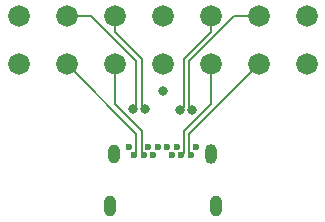
<source format=gbr>
%TF.GenerationSoftware,KiCad,Pcbnew,8.0.1*%
%TF.CreationDate,2024-03-22T11:25:03-04:00*%
%TF.ProjectId,commapogo_male,636f6d6d-6170-46f6-976f-5f6d616c652e,rev?*%
%TF.SameCoordinates,Original*%
%TF.FileFunction,Copper,L3,Inr*%
%TF.FilePolarity,Positive*%
%FSLAX46Y46*%
G04 Gerber Fmt 4.6, Leading zero omitted, Abs format (unit mm)*
G04 Created by KiCad (PCBNEW 8.0.1) date 2024-03-22 11:25:03*
%MOMM*%
%LPD*%
G01*
G04 APERTURE LIST*
%TA.AperFunction,ComponentPad*%
%ADD10O,1.000000X1.600000*%
%TD*%
%TA.AperFunction,ComponentPad*%
%ADD11O,1.000000X1.800000*%
%TD*%
%TA.AperFunction,ComponentPad*%
%ADD12O,1.000000X1.700000*%
%TD*%
%TA.AperFunction,ComponentPad*%
%ADD13C,0.600000*%
%TD*%
%TA.AperFunction,ComponentPad*%
%ADD14C,1.828800*%
%TD*%
%TA.AperFunction,ViaPad*%
%ADD15C,0.800000*%
%TD*%
%TA.AperFunction,Conductor*%
%ADD16C,0.200000*%
%TD*%
G04 APERTURE END LIST*
D10*
%TO.N,GND*%
%TO.C,J2*%
X-4125000Y-5620000D03*
D11*
X-4485000Y-10010000D03*
X4485000Y-10010000D03*
D12*
X4125000Y-5620000D03*
D13*
X2800000Y-5020000D03*
%TO.N,/CAN2_P*%
X2400000Y-5720000D03*
%TO.N,/CAN2_N*%
X1600000Y-5720000D03*
%TO.N,+12V*%
X1200000Y-5020000D03*
%TO.N,unconnected-(J2-Pin_5b-PadB5)*%
X800000Y-5720000D03*
%TO.N,unconnected-(J2-Pin_6b-PadB6)*%
X400000Y-5020000D03*
%TO.N,unconnected-(J2-Pin_7b-PadB7)*%
X-400000Y-5020000D03*
%TO.N,/SBU2*%
X-800000Y-5720000D03*
%TO.N,+12V*%
X-1200000Y-5020000D03*
%TO.N,/CAN3_N*%
X-1600000Y-5720000D03*
%TO.N,/CAN3_P*%
X-2400000Y-5720000D03*
%TO.N,GND*%
X-2800000Y-5020000D03*
%TD*%
D14*
%TO.N,GND*%
%TO.C,J1*%
X-12192000Y6096000D03*
%TO.N,/CAN0_P*%
X-8128000Y6096000D03*
%TO.N,/CAN0_N*%
X-4064000Y6096000D03*
%TO.N,/SBU1*%
X0Y6096000D03*
%TO.N,/CAN1_N*%
X4064000Y6096000D03*
%TO.N,/CAN1_P*%
X8128000Y6096000D03*
%TO.N,GND*%
X12192000Y6096000D03*
%TO.N,+12V*%
X-12192000Y2032000D03*
%TO.N,/CAN3_P*%
X-8128000Y2032000D03*
%TO.N,/CAN3_N*%
X-4064000Y2032000D03*
%TO.N,/SBU2*%
X0Y2032000D03*
%TO.N,/CAN2_N*%
X4064000Y2032000D03*
%TO.N,/CAN2_P*%
X8128000Y2032000D03*
%TO.N,+12V*%
X12192000Y2032000D03*
%TD*%
D15*
%TO.N,/CAN1_P*%
X2525000Y-1905000D03*
%TO.N,/SBU1*%
X0Y-254000D03*
%TO.N,/CAN1_N*%
X1475000Y-1905000D03*
%TO.N,/CAN0_P*%
X-2525000Y-1778000D03*
%TO.N,/CAN0_N*%
X-1475000Y-1778000D03*
%TD*%
D16*
%TO.N,/CAN2_N*%
X4064000Y-1395603D02*
X4064000Y2032000D01*
X1600000Y-5720000D02*
X1774999Y-5545001D01*
X1774999Y-3684604D02*
X4064000Y-1395603D01*
X1774999Y-5545001D02*
X1774999Y-3684604D01*
%TO.N,/CAN1_P*%
X2525000Y-1905000D02*
X2225001Y-1605001D01*
X6033200Y6096000D02*
X8128000Y6096000D01*
X2225001Y2287801D02*
X6033200Y6096000D01*
X2225001Y-1605001D02*
X2225001Y2287801D01*
%TO.N,/CAN2_P*%
X2225001Y-3870999D02*
X8128000Y2032000D01*
X2400000Y-5720000D02*
X2225001Y-5545001D01*
X2225001Y-5545001D02*
X2225001Y-3870999D01*
%TO.N,/CAN1_N*%
X1475000Y-1905000D02*
X1774999Y-1605001D01*
X4064000Y4763200D02*
X4064000Y6096000D01*
X1774999Y2474199D02*
X4064000Y4763200D01*
X1774999Y-1605001D02*
X1774999Y2474199D01*
%TO.N,/CAN0_P*%
X-2225001Y-1478001D02*
X-2225001Y2287801D01*
X-6033200Y6096000D02*
X-8128000Y6096000D01*
X-2225001Y2287801D02*
X-6033200Y6096000D01*
X-2525000Y-1778000D02*
X-2225001Y-1478001D01*
%TO.N,/CAN3_N*%
X-4064000Y-1395603D02*
X-4064000Y2032000D01*
X-1774999Y-5545001D02*
X-1774999Y-3684604D01*
X-1774999Y-3684604D02*
X-4064000Y-1395603D01*
X-1600000Y-5720000D02*
X-1774999Y-5545001D01*
%TO.N,/CAN3_P*%
X-2225001Y-5545001D02*
X-2225001Y-3870999D01*
X-2225001Y-3870999D02*
X-8128000Y2032000D01*
X-2400000Y-5720000D02*
X-2225001Y-5545001D01*
%TO.N,/CAN0_N*%
X-1774999Y2474199D02*
X-4064000Y4763200D01*
X-1475000Y-1778000D02*
X-1774999Y-1478001D01*
X-4064000Y4763200D02*
X-4064000Y6096000D01*
X-1774999Y-1478001D02*
X-1774999Y2474199D01*
%TD*%
M02*

</source>
